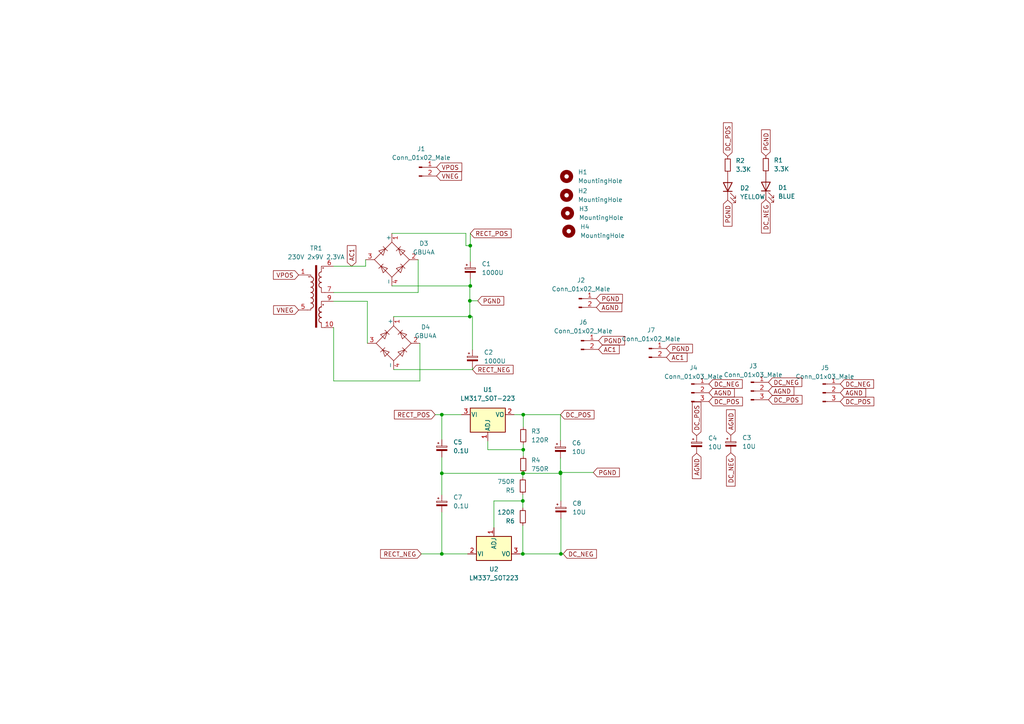
<source format=kicad_sch>
(kicad_sch (version 20230121) (generator eeschema)
  (paper "A4")
  (lib_symbols
    (symbol "Connector:Conn_01x02_Male" (pin_names (offset 1.016) hide)
      (property "Reference" "J" (at 0 2.54 0))
      (property "Value" "Conn_01x02_Male" (at 0 -5.08 0))
      (symbol "Conn_01x02_Male_1_1"
        (polyline (pts (xy 1.27 -2.54) (xy 0.8636 -2.54)) (stroke (width 0.1524)))
        (polyline (pts (xy 1.27 0) (xy 0.8636 0)) (stroke (width 0.1524)))
        (rectangle (start 0.8636 -2.413) (end 0 -2.667) (stroke (width 0.1524)) (fill (type outline)))
        (rectangle (start 0.8636 0.127) (end 0 -0.127) (stroke (width 0.1524)) (fill (type outline)))
        (pin passive line (at 5.08 0 180) (length 3.81) (name "Pin_1") (number "1"))
        (pin passive line (at 5.08 -2.54 180) (length 3.81) (name "Pin_2") (number "2"))
      )
    )
    (symbol "Connector:Conn_01x03_Male" (pin_names (offset 1.016) hide)
      (property "Reference" "J" (at 0 5.08 0))
      (property "Value" "Conn_01x03_Male" (at 0 -5.08 0))
      (symbol "Conn_01x03_Male_1_1"
        (polyline (pts (xy 1.27 -2.54) (xy 0.8636 -2.54)) (stroke (width 0.1524)))
        (polyline (pts (xy 1.27 0) (xy 0.8636 0)) (stroke (width 0.1524)))
        (polyline (pts (xy 1.27 2.54) (xy 0.8636 2.54)) (stroke (width 0.1524)))
        (rectangle (start 0.8636 -2.413) (end 0 -2.667) (stroke (width 0.1524)) (fill (type outline)))
        (rectangle (start 0.8636 0.127) (end 0 -0.127) (stroke (width 0.1524)) (fill (type outline)))
        (rectangle (start 0.8636 2.667) (end 0 2.413) (stroke (width 0.1524)) (fill (type outline)))
        (pin passive line (at 5.08 2.54 180) (length 3.81) (name "Pin_1") (number "1"))
        (pin passive line (at 5.08 0 180) (length 3.81) (name "Pin_2") (number "2"))
        (pin passive line (at 5.08 -2.54 180) (length 3.81) (name "Pin_3") (number "3"))
      )
    )
    (symbol "Device:C_Polarized_Small" (pin_numbers hide) (pin_names (offset 0.254) hide)
      (property "Reference" "C" (at 0.254 1.778 0))
      (property "Value" "C_Polarized_Small" (at 0.254 -2.032 0))
      (symbol "C_Polarized_Small_0_1"
        (rectangle (start -1.524 -0.3048) (end 1.524 -0.6858) (fill (type outline)))
        (rectangle (start -1.524 0.6858) (end 1.524 0.3048))
        (polyline (pts (xy -1.27 1.524) (xy -0.762 1.524)))
        (polyline (pts (xy -1.016 1.27) (xy -1.016 1.778)))
      )
      (symbol "C_Polarized_Small_1_1"
        (pin passive line (at 0 2.54 270) (length 1.8542) (name "~") (number "1"))
        (pin passive line (at 0 -2.54 90) (length 1.8542) (name "~") (number "2"))
      )
    )
    (symbol "Device:LED" (pin_numbers hide) (pin_names (offset 1.016) hide)
      (property "Reference" "D" (at 0 2.54 0))
      (property "Value" "LED" (at 0 -2.54 0))
      (symbol "LED_0_1"
        (polyline (pts (xy -1.27 -1.27) (xy -1.27 1.27)) (stroke (width 0.254)))
        (polyline (pts (xy -1.27 0) (xy 1.27 0)))
        (polyline (pts (xy 1.27 -1.27) (xy 1.27 1.27) (xy -1.27 0) (xy 1.27 -1.27)) (stroke (width 0.254)))
        (polyline (pts (xy -3.048 -0.762) (xy -4.572 -2.286) (xy -3.81 -2.286) (xy -4.572 -2.286) (xy -4.572 -1.524)))
        (polyline (pts (xy -1.778 -0.762) (xy -3.302 -2.286) (xy -2.54 -2.286) (xy -3.302 -2.286) (xy -3.302 -1.524)))
      )
      (symbol "LED_1_1"
        (pin passive line (at -3.81 0 0) (length 2.54) (name "K") (number "1"))
        (pin passive line (at 3.81 0 180) (length 2.54) (name "A") (number "2"))
      )
    )
    (symbol "Device:R_Small" (pin_numbers hide) (pin_names (offset 0.254) hide)
      (property "Reference" "R" (at 0.762 0.508 0))
      (property "Value" "R_Small" (at 0.762 -1.016 0))
      (symbol "R_Small_0_1"
        (rectangle (start -0.762 1.778) (end 0.762 -1.778) (stroke (width 0.2032)))
      )
      (symbol "R_Small_1_1"
        (pin passive line (at 0 2.54 270) (length 0.762) (name "~") (number "1"))
        (pin passive line (at 0 -2.54 90) (length 0.762) (name "~") (number "2"))
      )
    )
    (symbol "Diode_Bridge:GBU4A" (pin_names (offset 0))
      (property "Reference" "D" (at 2.54 6.985 0))
      (property "Value" "GBU4A" (at 2.54 5.08 0))
      (symbol "GBU4A_0_1"
        (polyline (pts (xy -2.54 3.81) (xy -1.27 2.54)))
        (polyline (pts (xy -1.27 -2.54) (xy -2.54 -3.81)))
        (polyline (pts (xy 2.54 -1.27) (xy 3.81 -2.54)))
        (polyline (pts (xy 2.54 1.27) (xy 3.81 2.54)))
        (polyline (pts (xy -3.81 2.54) (xy -2.54 1.27) (xy -1.905 3.175) (xy -3.81 2.54)))
        (polyline (pts (xy -2.54 -1.27) (xy -3.81 -2.54) (xy -1.905 -3.175) (xy -2.54 -1.27)))
        (polyline (pts (xy 1.27 2.54) (xy 2.54 3.81) (xy 3.175 1.905) (xy 1.27 2.54)))
        (polyline (pts (xy 3.175 -1.905) (xy 1.27 -2.54) (xy 2.54 -3.81) (xy 3.175 -1.905)))
        (polyline (pts (xy -5.08 0) (xy 0 -5.08) (xy 5.08 0) (xy 0 5.08) (xy -5.08 0)))
      )
      (symbol "GBU4A_1_1"
        (pin passive line (at 7.62 0 180) (length 2.54) (name "+") (number "1"))
        (pin passive line (at 0 -7.62 90) (length 2.54) (name "~") (number "2"))
        (pin passive line (at 0 7.62 270) (length 2.54) (name "~") (number "3"))
        (pin passive line (at -7.62 0 0) (length 2.54) (name "-") (number "4"))
      )
    )
    (symbol "Mechanical:MountingHole" (pin_names (offset 1.016))
      (property "Reference" "H" (at 0 5.08 0))
      (property "Value" "MountingHole" (at 0 3.175 0))
      (symbol "MountingHole_0_1"
        (circle (center 0 0) (radius 1.27) (stroke (width 1.27)))
      )
    )
    (symbol "Regulator_Linear:LM317_SOT-223" (pin_names (offset 0.254))
      (property "Reference" "U" (at -3.81 3.175 0))
      (property "Value" "LM317_SOT-223" (at 0 3.175 0))
      (symbol "LM317_SOT-223_0_1"
        (rectangle (start -5.08 1.905) (end 5.08 -5.08) (stroke (width 0.254)) (fill (type background)))
      )
      (symbol "LM317_SOT-223_1_1"
        (pin input line (at 0 -7.62 90) (length 2.54) (name "ADJ") (number "1"))
        (pin power_out line (at 7.62 0 180) (length 2.54) (name "VO") (number "2"))
        (pin power_in line (at -7.62 0 0) (length 2.54) (name "VI") (number "3"))
      )
    )
    (symbol "Regulator_Linear:LM337_SOT223" (pin_names (offset 0.254))
      (property "Reference" "U" (at -3.81 -3.175 0))
      (property "Value" "LM337_SOT223" (at 0 -3.175 0))
      (symbol "LM337_SOT223_0_1"
        (rectangle (start -5.08 5.08) (end 5.08 -1.905) (stroke (width 0.254)) (fill (type background)))
      )
      (symbol "LM337_SOT223_1_1"
        (pin input line (at 0 7.62 270) (length 2.54) (name "ADJ") (number "1"))
        (pin power_in line (at -7.62 0 0) (length 2.54) (name "VI") (number "2"))
        (pin power_out line (at 7.62 0 180) (length 2.54) (name "VO") (number "3"))
      )
    )
    (symbol "Transformer:TEZ2.6-D-2" (pin_names (offset 0.0254))
      (property "Reference" "TR" (at 0 8.89 0))
      (property "Value" "TEZ2.6-D-2" (at 0 -11.43 0))
      (symbol "TEZ2.6-D-2_0_1"
        (circle (center -2.032 4.572) (radius 0.127))
        (arc (start -1.524 -4.572) (mid -0.7653 -3.81) (end -1.524 -3.048) (stroke (width 0.2032)))
        (arc (start -1.524 -3.048) (mid -0.7653 -2.286) (end -1.524 -1.524) (stroke (width 0.2032)))
        (arc (start -1.524 -1.524) (mid -0.7653 -0.762) (end -1.524 0) (stroke (width 0.2032)))
        (arc (start -1.524 0) (mid -0.7653 0.762) (end -1.524 1.524) (stroke (width 0.2032)))
        (arc (start -1.524 1.524) (mid -0.7653 2.286) (end -1.524 3.048) (stroke (width 0.2032)))
        (arc (start -1.524 3.048) (mid -0.7653 3.81) (end -1.524 4.572) (stroke (width 0.2032)))
        (rectangle (start -0.254 7.874) (end 0.254 -10.16) (stroke (width 0.0254)) (fill (type outline)))
        (polyline (pts (xy -1.524 -4.572) (xy -1.524 -5.08) (xy -2.54 -5.08)))
        (polyline (pts (xy -1.524 4.572) (xy -1.524 5.08) (xy -2.54 5.08)))
        (polyline (pts (xy 1.524 -8.89) (xy 1.524 -10.16) (xy 2.54 -10.16)))
        (polyline (pts (xy 2.54 -2.54) (xy 1.524 -2.54) (xy 1.524 -4.064)))
        (polyline (pts (xy 2.54 0) (xy 1.524 0) (xy 1.524 1.27)))
        (polyline (pts (xy 2.54 7.62) (xy 1.524 7.62) (xy 1.524 6.096)))
        (arc (start 1.524 -7.239) (mid 0.7653 -8.001) (end 1.524 -8.763) (stroke (width 0.2032)))
        (arc (start 1.524 -5.715) (mid 0.7653 -6.477) (end 1.524 -7.239) (stroke (width 0.2032)))
        (arc (start 1.524 -5.715) (mid 0.7653 -6.477) (end 1.524 -7.239) (stroke (width 0.2032)))
        (arc (start 1.524 -4.191) (mid 0.7653 -4.953) (end 1.524 -5.715) (stroke (width 0.2032)))
        (arc (start 1.524 -4.191) (mid 0.7653 -4.953) (end 1.524 -5.715) (stroke (width 0.2032)))
        (arc (start 1.524 2.921) (mid 0.7653 2.159) (end 1.524 1.397) (stroke (width 0.2032)))
        (arc (start 1.524 4.445) (mid 0.7653 3.683) (end 1.524 2.921) (stroke (width 0.2032)))
        (arc (start 1.524 5.969) (mid 0.7653 5.207) (end 1.524 4.445) (stroke (width 0.2032)))
        (circle (center 2.032 -3.556) (radius 0.127))
        (circle (center 2.032 7.112) (radius 0.127))
      )
      (symbol "TEZ2.6-D-2_1_1"
        (pin passive line (at -5.08 5.08 0) (length 2.54) (name "~") (number "1"))
        (pin passive line (at 5.08 -10.16 180) (length 2.54) (name "~") (number "10"))
        (pin passive line (at -5.08 -5.08 0) (length 2.54) (name "~") (number "5"))
        (pin passive line (at 5.08 7.62 180) (length 2.54) (name "~") (number "6"))
        (pin passive line (at 5.08 0 180) (length 2.54) (name "~") (number "7"))
        (pin passive line (at 5.08 -2.54 180) (length 2.54) (name "~") (number "9"))
      )
    )
  )
  (junction (at 151.765 130.429))
  (junction (at 151.638 145.288))
  (junction (at 151.765 120.269))
  (junction (at 151.638 137.287))
  (junction (at 128.143 120.269))
  (junction (at 162.56 137.287))
  (junction (at 128.143 160.655))
  (junction (at 136.398 82.931))
  (junction (at 151.638 160.655))
  (junction (at 162.687 160.655))
  (junction (at 136.271 91.821))
  (junction (at 136.398 71.247))
  (junction (at 162.56 137.033))
  (junction (at 128.143 137.287))
  (junction (at 136.271 87.249))
  (junction (at 151.765 137.287))
  (wire (pts (xy 137.033 91.821) (xy 136.271 91.821)))
  (wire (pts (xy 96.774 77.216) (xy 106.045 77.216)))
  (wire (pts (xy 136.398 83.185) (xy 136.271 83.185)))
  (wire (pts (xy 121.793 110.49) (xy 96.774 110.49)))
  (wire (pts (xy 106.553 87.376) (xy 96.774 87.376)))
  (wire (pts (xy 151.765 130.429) (xy 151.765 132.207)))
  (wire (pts (xy 151.765 128.905) (xy 151.765 130.429)))
  (wire (pts (xy 106.553 99.568) (xy 106.553 87.376)))
  (wire (pts (xy 136.398 71.247) (xy 136.398 75.819)))
  (wire (pts (xy 136.271 91.821) (xy 114.173 91.821)))
  (wire (pts (xy 136.398 80.899) (xy 136.398 82.931)))
  (wire (pts (xy 162.687 160.655) (xy 163.322 160.655)))
  (wire (pts (xy 162.687 160.655) (xy 162.687 150.368)))
  (wire (pts (xy 151.638 152.4) (xy 151.638 160.655)))
  (wire (pts (xy 128.143 160.655) (xy 135.636 160.655)))
  (wire (pts (xy 162.56 127.762) (xy 162.56 120.269)))
  (wire (pts (xy 141.478 127.889) (xy 141.478 130.429)))
  (wire (pts (xy 128.143 120.269) (xy 133.858 120.269)))
  (wire (pts (xy 143.256 145.288) (xy 151.638 145.288)))
  (wire (pts (xy 113.665 82.931) (xy 136.398 82.931)))
  (wire (pts (xy 128.143 127.508) (xy 128.143 120.269)))
  (wire (pts (xy 162.56 132.842) (xy 162.56 137.033)))
  (wire (pts (xy 135.128 67.691) (xy 135.128 71.247)))
  (wire (pts (xy 143.256 153.035) (xy 143.256 145.288)))
  (wire (pts (xy 151.765 137.287) (xy 162.56 137.287)))
  (wire (pts (xy 128.143 137.287) (xy 128.143 132.588)))
  (wire (pts (xy 151.765 120.269) (xy 151.765 123.825)))
  (wire (pts (xy 136.271 83.185) (xy 136.271 87.249)))
  (wire (pts (xy 137.033 106.553) (xy 137.033 107.188)))
  (wire (pts (xy 106.045 75.311) (xy 106.045 77.216)))
  (wire (pts (xy 128.143 148.59) (xy 128.143 160.655)))
  (wire (pts (xy 151.765 120.269) (xy 162.56 120.269)))
  (wire (pts (xy 136.271 87.249) (xy 138.557 87.249)))
  (wire (pts (xy 151.638 147.32) (xy 151.638 145.288)))
  (wire (pts (xy 136.398 82.931) (xy 136.398 83.185)))
  (wire (pts (xy 151.638 160.655) (xy 162.687 160.655)))
  (wire (pts (xy 137.033 107.188) (xy 114.173 107.188)))
  (wire (pts (xy 151.638 145.288) (xy 151.638 143.51)))
  (wire (pts (xy 126.238 120.269) (xy 128.143 120.269)))
  (wire (pts (xy 149.098 120.269) (xy 151.765 120.269)))
  (wire (pts (xy 113.665 67.691) (xy 135.128 67.691)))
  (wire (pts (xy 114.173 91.821) (xy 114.173 91.948)))
  (wire (pts (xy 151.638 160.655) (xy 150.876 160.655)))
  (wire (pts (xy 121.793 99.568) (xy 121.793 110.49)))
  (wire (pts (xy 96.774 84.836) (xy 121.285 84.836)))
  (wire (pts (xy 162.56 137.033) (xy 162.56 137.287)))
  (wire (pts (xy 136.398 67.691) (xy 136.398 71.247)))
  (wire (pts (xy 162.687 145.288) (xy 162.687 137.287)))
  (wire (pts (xy 162.56 137.287) (xy 162.687 137.287)))
  (wire (pts (xy 136.271 87.249) (xy 136.271 91.821)))
  (wire (pts (xy 151.638 137.287) (xy 151.765 137.287)))
  (wire (pts (xy 135.128 71.247) (xy 136.398 71.247)))
  (wire (pts (xy 141.478 130.429) (xy 151.765 130.429)))
  (wire (pts (xy 121.285 75.311) (xy 121.285 84.836)))
  (wire (pts (xy 96.774 110.49) (xy 96.774 94.996)))
  (wire (pts (xy 151.638 137.287) (xy 151.638 138.43)))
  (wire (pts (xy 128.143 143.51) (xy 128.143 137.287)))
  (wire (pts (xy 128.143 137.287) (xy 151.638 137.287)))
  (wire (pts (xy 122.174 160.655) (xy 128.143 160.655)))
  (wire (pts (xy 137.033 91.821) (xy 137.033 101.473)))
  (wire (pts (xy 172.085 137.033) (xy 162.56 137.033)))
  (global_label "VNEG" (shape input) (at 126.619 51.054 0) (property "Intersheetrefs" "${INTERSHEET_REFS}" (effects hide)))
  (global_label "DC_NEG" (shape input) (at 243.713 111.379 0) (property "Intersheetrefs" "${INTERSHEET_REFS}" (effects hide)))
  (global_label "AC1" (shape input) (at 193.294 103.632 0) (property "Intersheetrefs" "${INTERSHEET_REFS}" (effects hide)))
  (global_label "AGND" (shape input) (at 222.885 113.411 0) (property "Intersheetrefs" "${INTERSHEET_REFS}" (effects hide)))
  (global_label "DC_POS" (shape input) (at 211.074 45.339 90) (property "Intersheetrefs" "${INTERSHEET_REFS}" (effects hide)))
  (global_label "RECT_NEG" (shape input) (at 122.174 160.655 180) (property "Intersheetrefs" "${INTERSHEET_REFS}" (effects hide)))
  (global_label "RECT_NEG" (shape input) (at 137.033 107.188 0) (property "Intersheetrefs" "${INTERSHEET_REFS}" (effects hide)))
  (global_label "AGND" (shape input) (at 202.057 131.445 270) (property "Intersheetrefs" "${INTERSHEET_REFS}" (effects hide)))
  (global_label "PGND" (shape input) (at 138.557 87.249 0) (property "Intersheetrefs" "${INTERSHEET_REFS}" (effects hide)))
  (global_label "RECT_POS" (shape input) (at 126.238 120.269 180) (property "Intersheetrefs" "${INTERSHEET_REFS}" (effects hide)))
  (global_label "RECT_POS" (shape input) (at 136.398 67.691 0) (property "Intersheetrefs" "${INTERSHEET_REFS}" (effects hide)))
  (global_label "VNEG" (shape input) (at 86.614 89.916 180) (property "Intersheetrefs" "${INTERSHEET_REFS}" (effects hide)))
  (global_label "DC_NEG" (shape input) (at 222.885 110.871 0) (property "Intersheetrefs" "${INTERSHEET_REFS}" (effects hide)))
  (global_label "VPOS" (shape input) (at 86.614 79.756 180) (property "Intersheetrefs" "${INTERSHEET_REFS}" (effects hide)))
  (global_label "DC_NEG" (shape input) (at 211.963 131.318 270) (property "Intersheetrefs" "${INTERSHEET_REFS}" (effects hide)))
  (global_label "DC_POS" (shape input) (at 243.713 116.459 0) (property "Intersheetrefs" "${INTERSHEET_REFS}" (effects hide)))
  (global_label "VPOS" (shape input) (at 126.619 48.514 0) (property "Intersheetrefs" "${INTERSHEET_REFS}" (effects hide)))
  (global_label "AC1" (shape input) (at 173.609 101.346 0) (property "Intersheetrefs" "${INTERSHEET_REFS}" (effects hide)))
  (global_label "DC_POS" (shape input) (at 205.613 116.459 0) (property "Intersheetrefs" "${INTERSHEET_REFS}" (effects hide)))
  (global_label "AGND" (shape input) (at 205.613 113.919 0) (property "Intersheetrefs" "${INTERSHEET_REFS}" (effects hide)))
  (global_label "PGND" (shape input) (at 172.974 86.614 0) (property "Intersheetrefs" "${INTERSHEET_REFS}" (effects hide)))
  (global_label "AGND" (shape input) (at 172.974 89.154 0) (property "Intersheetrefs" "${INTERSHEET_REFS}" (effects hide)))
  (global_label "AGND" (shape input) (at 211.963 126.238 90) (property "Intersheetrefs" "${INTERSHEET_REFS}" (effects hide)))
  (global_label "PGND" (shape input) (at 193.294 101.092 0) (property "Intersheetrefs" "${INTERSHEET_REFS}" (effects hide)))
  (global_label "DC_POS" (shape input) (at 222.885 115.951 0) (property "Intersheetrefs" "${INTERSHEET_REFS}" (effects hide)))
  (global_label "DC_NEG" (shape input) (at 222.123 57.912 270) (property "Intersheetrefs" "${INTERSHEET_REFS}" (effects hide)))
  (global_label "DC_NEG" (shape input) (at 205.613 111.379 0) (property "Intersheetrefs" "${INTERSHEET_REFS}" (effects hide)))
  (global_label "DC_POS" (shape input) (at 162.56 120.269 0) (property "Intersheetrefs" "${INTERSHEET_REFS}" (effects hide)))
  (global_label "AC1" (shape input) (at 101.981 77.216 90) (property "Intersheetrefs" "${INTERSHEET_REFS}" (effects hide)))
  (global_label "PGND" (shape input) (at 173.609 98.806 0) (property "Intersheetrefs" "${INTERSHEET_REFS}" (effects hide)))
  (global_label "DC_NEG" (shape input) (at 163.322 160.655 0) (property "Intersheetrefs" "${INTERSHEET_REFS}" (effects hide)))
  (global_label "DC_POS" (shape input) (at 202.057 126.365 90) (property "Intersheetrefs" "${INTERSHEET_REFS}" (effects hide)))
  (global_label "PGND" (shape input) (at 211.074 58.039 270) (property "Intersheetrefs" "${INTERSHEET_REFS}" (effects hide)))
  (global_label "AGND" (shape input) (at 243.713 113.919 0) (property "Intersheetrefs" "${INTERSHEET_REFS}" (effects hide)))
  (global_label "PGND" (shape input) (at 172.085 137.033 0) (property "Intersheetrefs" "${INTERSHEET_REFS}" (effects hide)))
  (global_label "PGND" (shape input) (at 222.123 45.212 90) (property "Intersheetrefs" "${INTERSHEET_REFS}" (effects hide)))
  (symbol (lib_id "Connector:Conn_01x03_Male") (at 238.633 113.919 0) (unit 1)
    (property "Reference" "J5" (at 239.268 106.68 0))
    (property "Value" "Conn_01x03_Male" (at 239.268 109.22 0))
    (property "Footprint" "Connector_JST:JST_PH_B3B-PH-K_1x03_P2.00mm_Vertical" (effects hide))
  )
  (symbol (lib_id "Regulator_Linear:LM317_SOT-223") (at 141.478 120.269 0) (unit 1)
    (property "Reference" "U1" (at 141.478 113.03 0))
    (property "Value" "LM317_SOT-223" (at 141.478 115.57 0))
    (property "Footprint" "Package_TO_SOT_SMD:SOT-223-3_TabPin2" (effects hide))
    (property "Datasheet" "http://www.ti.com/lit/ds/symlink/lm317.pdf" (effects hide))
  )
  (symbol (lib_id "Mechanical:MountingHole") (at 164.338 51.181 0) (unit 1)
    (property "Reference" "H1" (at 167.64 49.9109 0) (effects (justify left)))
    (property "Value" "MountingHole" (at 167.64 52.4509 0) (effects (justify left)))
    (property "Footprint" "MountingHole:MountingHole_3.2mm_M3" (effects hide))
  )
  (symbol (lib_id "Diode_Bridge:GBU4A") (at 114.173 99.568 90) (unit 1)
    (property "Reference" "D4" (at 123.444 94.869 90))
    (property "Value" "GBU4A" (at 123.444 97.409 90))
    (property "Footprint" "Diode_THT:Diode_Bridge_Vishay_GBU" (effects hide))
    (property "Datasheet" "http://www.vishay.com/docs/88656/gbu4a.pdf" (effects hide))
  )
  (symbol (lib_id "Device:R_Small") (at 211.074 47.879 0) (unit 1)
    (property "Reference" "R2" (at 213.36 46.6089 0) (effects (justify left)))
    (property "Value" "3.3K" (at 213.36 49.1489 0) (effects (justify left)))
    (property "Footprint" "Resistor_SMD:R_0603_1608Metric_Pad0.98x0.95mm_HandSolder" (effects hide))
  )
  (symbol (lib_id "Device:C_Polarized_Small") (at 137.033 104.013 0) (unit 1)
    (property "Reference" "C2" (at 140.335 102.1968 0) (effects (justify left)))
    (property "Value" "1000U" (at 140.335 104.7368 0) (effects (justify left)))
    (property "Footprint" "Capacitor_THT:CP_Radial_D10.0mm_P5.00mm_P7.50mm" (effects hide))
  )
  (symbol (lib_id "Device:C_Polarized_Small") (at 128.143 130.048 0) (unit 1)
    (property "Reference" "C5" (at 131.445 128.2318 0) (effects (justify left)))
    (property "Value" "0.1U" (at 131.445 130.7718 0) (effects (justify left)))
    (property "Footprint" "Capacitor_SMD:C_0603_1608Metric_Pad1.08x0.95mm_HandSolder" (effects hide))
  )
  (symbol (lib_id "Device:C_Polarized_Small") (at 211.963 128.778 0) (unit 1)
    (property "Reference" "C3" (at 215.265 126.9618 0) (effects (justify left)))
    (property "Value" "10U" (at 215.265 129.5018 0) (effects (justify left)))
    (property "Footprint" "Capacitor_SMD:C_1206_3216Metric_Pad1.33x1.80mm_HandSolder" (effects hide))
  )
  (symbol (lib_id "Device:C_Polarized_Small") (at 162.56 130.302 0) (unit 1)
    (property "Reference" "C6" (at 165.862 128.4858 0) (effects (justify left)))
    (property "Value" "10U" (at 165.862 131.0258 0) (effects (justify left)))
    (property "Footprint" "Capacitor_SMD:C_1206_3216Metric_Pad1.33x1.80mm_HandSolder" (effects hide))
  )
  (symbol (lib_id "Device:R_Small") (at 151.765 126.365 0) (unit 1)
    (property "Reference" "R3" (at 154.051 125.0949 0) (effects (justify left)))
    (property "Value" "120R" (at 154.051 127.6349 0) (effects (justify left)))
    (property "Footprint" "Resistor_SMD:R_0805_2012Metric_Pad1.20x1.40mm_HandSolder" (effects hide))
  )
  (symbol (lib_id "Device:C_Polarized_Small") (at 202.057 128.905 0) (unit 1)
    (property "Reference" "C4" (at 205.359 127.0888 0) (effects (justify left)))
    (property "Value" "10U" (at 205.359 129.6288 0) (effects (justify left)))
    (property "Footprint" "Capacitor_SMD:C_1206_3216Metric_Pad1.33x1.80mm_HandSolder" (effects hide))
  )
  (symbol (lib_id "Device:C_Polarized_Small") (at 128.143 146.05 0) (unit 1)
    (property "Reference" "C7" (at 131.445 144.2338 0) (effects (justify left)))
    (property "Value" "0.1U" (at 131.445 146.7738 0) (effects (justify left)))
    (property "Footprint" "Capacitor_SMD:C_0603_1608Metric_Pad1.08x0.95mm_HandSolder" (effects hide))
  )
  (symbol (lib_id "Regulator_Linear:LM337_SOT223") (at 143.256 160.655 0) (unit 1)
    (property "Reference" "U2" (at 143.256 165.1 0))
    (property "Value" "LM337_SOT223" (at 143.256 167.64 0))
    (property "Footprint" "Package_TO_SOT_SMD:SOT-223-3_TabPin2" (effects hide))
    (property "Datasheet" "http://www.ti.com/lit/ds/symlink/lm337-n.pdf" (effects hide))
  )
  (symbol (lib_id "Connector:Conn_01x02_Male") (at 121.539 48.514 0) (unit 1)
    (property "Reference" "J1" (at 122.174 43.18 0))
    (property "Value" "Conn_01x02_Male" (at 122.174 45.72 0))
    (property "Footprint" "Connector_JST:JST_XH_B2B-XH-A_1x02_P2.50mm_Vertical" (effects hide))
  )
  (symbol (lib_id "Mechanical:MountingHole") (at 164.338 56.642 0) (unit 1)
    (property "Reference" "H2" (at 167.64 55.3719 0) (effects (justify left)))
    (property "Value" "MountingHole" (at 167.64 57.9119 0) (effects (justify left)))
    (property "Footprint" "MountingHole:MountingHole_3.2mm_M3" (effects hide))
  )
  (symbol (lib_id "Device:R_Small") (at 151.638 140.97 180) (unit 1)
    (property "Reference" "R5" (at 149.352 142.2401 0) (effects (justify left)))
    (property "Value" "750R" (at 149.352 139.7001 0) (effects (justify left)))
    (property "Footprint" "Resistor_SMD:R_0805_2012Metric_Pad1.20x1.40mm_HandSolder" (effects hide))
  )
  (symbol (lib_id "Diode_Bridge:GBU4A") (at 113.665 75.311 90) (unit 1)
    (property "Reference" "D3" (at 122.936 70.612 90))
    (property "Value" "GBU4A" (at 122.936 73.152 90))
    (property "Footprint" "Diode_THT:Diode_Bridge_Vishay_GBU" (effects hide))
    (property "Datasheet" "http://www.vishay.com/docs/88656/gbu4a.pdf" (effects hide))
  )
  (symbol (lib_id "Device:C_Polarized_Small") (at 162.687 147.828 0) (unit 1)
    (property "Reference" "C8" (at 165.989 146.0118 0) (effects (justify left)))
    (property "Value" "10U" (at 165.989 148.5518 0) (effects (justify left)))
    (property "Footprint" "Capacitor_SMD:C_1206_3216Metric_Pad1.33x1.80mm_HandSolder" (effects hide))
  )
  (symbol (lib_id "Connector:Conn_01x03_Male") (at 200.533 113.919 0) (unit 1)
    (property "Reference" "J4" (at 201.168 106.68 0))
    (property "Value" "Conn_01x03_Male" (at 201.168 109.22 0))
    (property "Footprint" "Connector_JST:JST_PH_B3B-PH-K_1x03_P2.00mm_Vertical" (effects hide))
  )
  (symbol (lib_id "Device:LED") (at 222.123 54.102 90) (unit 1)
    (property "Reference" "D1" (at 225.679 54.4194 90) (effects (justify right)))
    (property "Value" "BLUE" (at 225.679 56.9594 90) (effects (justify right)))
    (property "Footprint" "LED_SMD:LED_0805_2012Metric_Pad1.15x1.40mm_HandSolder" (effects hide))
  )
  (symbol (lib_id "Device:R_Small") (at 151.638 149.86 180) (unit 1)
    (property "Reference" "R6" (at 149.352 151.1301 0) (effects (justify left)))
    (property "Value" "120R" (at 149.352 148.5901 0) (effects (justify left)))
    (property "Footprint" "Resistor_SMD:R_0805_2012Metric_Pad1.20x1.40mm_HandSolder" (effects hide))
  )
  (symbol (lib_id "Connector:Conn_01x02_Male") (at 167.894 86.614 0) (unit 1)
    (property "Reference" "J2" (at 168.529 81.28 0))
    (property "Value" "Conn_01x02_Male" (at 168.529 83.82 0))
    (property "Footprint" "Connector_JST:JST_XH_B2B-XH-A_1x02_P2.50mm_Vertical" (effects hide))
  )
  (symbol (lib_id "Device:R_Small") (at 222.123 47.752 0) (unit 1)
    (property "Reference" "R1" (at 224.409 46.4819 0) (effects (justify left)))
    (property "Value" "3.3K" (at 224.409 49.0219 0) (effects (justify left)))
    (property "Footprint" "Resistor_SMD:R_0603_1608Metric_Pad0.98x0.95mm_HandSolder" (effects hide))
  )
  (symbol (lib_id "Connector:Conn_01x02_Male") (at 168.529 98.806 0) (unit 1)
    (property "Reference" "J6" (at 169.164 93.472 0))
    (property "Value" "Conn_01x02_Male" (at 169.164 96.012 0))
    (property "Footprint" "Connector_JST:JST_PH_B2B-PH-K_1x02_P2.00mm_Vertical" (effects hide))
  )
  (symbol (lib_id "Connector:Conn_01x03_Male") (at 217.805 113.411 0) (unit 1)
    (property "Reference" "J3" (at 218.44 106.172 0))
    (property "Value" "Conn_01x03_Male" (at 218.44 108.712 0))
    (property "Footprint" "Connector_JST:JST_PH_B3B-PH-K_1x03_P2.00mm_Vertical" (effects hide))
  )
  (symbol (lib_id "Connector:Conn_01x02_Male") (at 188.214 101.092 0) (unit 1)
    (property "Reference" "J7" (at 188.849 95.758 0))
    (property "Value" "Conn_01x02_Male" (at 188.849 98.298 0))
    (property "Footprint" "Connector_JST:JST_PH_B2B-PH-K_1x02_P2.00mm_Vertical" (effects hide))
  )
  (symbol (lib_id "Mechanical:MountingHole") (at 164.973 67.056 0) (unit 1)
    (property "Reference" "H4" (at 168.275 65.7859 0) (effects (justify left)))
    (property "Value" "MountingHole" (at 168.275 68.3259 0) (effects (justify left)))
    (property "Footprint" "MountingHole:MountingHole_3.2mm_M3" (effects hide))
  )
  (symbol (lib_id "Device:R_Small") (at 151.765 134.747 0) (unit 1)
    (property "Reference" "R4" (at 154.051 133.4769 0) (effects (justify left)))
    (property "Value" "750R" (at 154.051 136.0169 0) (effects (justify left)))
    (property "Footprint" "Resistor_SMD:R_0805_2012Metric_Pad1.20x1.40mm_HandSolder" (effects hide))
  )
  (symbol (lib_id "Transformer:TEZ2.6-D-2") (at 91.694 84.836 0) (unit 1)
    (property "Reference" "TR1" (at 91.694 72.009 0))
    (property "Value" "230V 2x9V 2.3VA" (at 91.694 74.549 0))
    (property "Footprint" "Transformer_THT:Transformer_Breve_TEZ-28x33" (effects hide))
    (property "Datasheet" "http://www.breve.pl/pdf/ANG/TEZ_ang.pdf" (effects hide))
  )
  (symbol (lib_id "Mechanical:MountingHole") (at 164.592 61.849 0) (unit 1)
    (property "Reference" "H3" (at 167.894 60.5789 0) (effects (justify left)))
    (property "Value" "MountingHole" (at 167.894 63.1189 0) (effects (justify left)))
    (property "Footprint" "MountingHole:MountingHole_3.2mm_M3" (effects hide))
  )
  (symbol (lib_id "Device:LED") (at 211.074 54.229 90) (unit 1)
    (property "Reference" "D2" (at 214.63 54.5464 90) (effects (justify right)))
    (property "Value" "YELLOW" (at 214.63 57.0864 90) (effects (justify right)))
    (property "Footprint" "LED_SMD:LED_0805_2012Metric_Pad1.15x1.40mm_HandSolder" (effects hide))
  )
  (symbol (lib_id "Device:C_Polarized_Small") (at 136.398 78.359 0) (unit 1)
    (property "Reference" "C1" (at 139.7 76.5428 0) (effects (justify left)))
    (property "Value" "1000U" (at 139.7 79.0828 0) (effects (justify left)))
    (property "Footprint" "Capacitor_THT:CP_Radial_D10.0mm_P5.00mm_P7.50mm" (effects hide))
  )
)
</source>
